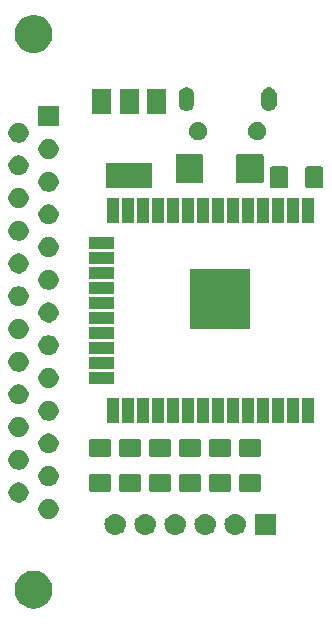
<source format=gbr>
G04 #@! TF.GenerationSoftware,KiCad,Pcbnew,(5.1.4-0-10_14)*
G04 #@! TF.CreationDate,2020-06-27T12:48:12+01:00*
G04 #@! TF.ProjectId,Informer207,496e666f-726d-4657-9232-30372e6b6963,rev?*
G04 #@! TF.SameCoordinates,Original*
G04 #@! TF.FileFunction,Soldermask,Top*
G04 #@! TF.FilePolarity,Negative*
%FSLAX46Y46*%
G04 Gerber Fmt 4.6, Leading zero omitted, Abs format (unit mm)*
G04 Created by KiCad (PCBNEW (5.1.4-0-10_14)) date 2020-06-27 12:48:12*
%MOMM*%
%LPD*%
G04 APERTURE LIST*
%ADD10C,0.100000*%
G04 APERTURE END LIST*
D10*
G36*
X145941417Y-127246965D02*
G01*
X146212195Y-127300825D01*
X146503558Y-127421512D01*
X146765778Y-127596722D01*
X146988778Y-127819722D01*
X147163988Y-128081942D01*
X147284675Y-128373305D01*
X147346200Y-128682615D01*
X147346200Y-128997985D01*
X147284675Y-129307295D01*
X147163988Y-129598658D01*
X146988778Y-129860878D01*
X146765778Y-130083878D01*
X146503558Y-130259088D01*
X146212195Y-130379775D01*
X145941417Y-130433635D01*
X145902886Y-130441300D01*
X145587514Y-130441300D01*
X145548983Y-130433635D01*
X145278205Y-130379775D01*
X144986842Y-130259088D01*
X144724622Y-130083878D01*
X144501622Y-129860878D01*
X144326412Y-129598658D01*
X144205725Y-129307295D01*
X144144200Y-128997985D01*
X144144200Y-128682615D01*
X144205725Y-128373305D01*
X144326412Y-128081942D01*
X144501622Y-127819722D01*
X144724622Y-127596722D01*
X144986842Y-127421512D01*
X145278205Y-127300825D01*
X145548983Y-127246965D01*
X145587514Y-127239300D01*
X145902886Y-127239300D01*
X145941417Y-127246965D01*
X145941417Y-127246965D01*
G37*
G36*
X162924442Y-122422518D02*
G01*
X162990627Y-122429037D01*
X163160466Y-122480557D01*
X163316991Y-122564222D01*
X163352729Y-122593552D01*
X163454186Y-122676814D01*
X163537448Y-122778271D01*
X163566778Y-122814009D01*
X163650443Y-122970534D01*
X163701963Y-123140373D01*
X163719359Y-123317000D01*
X163701963Y-123493627D01*
X163650443Y-123663466D01*
X163566778Y-123819991D01*
X163537448Y-123855729D01*
X163454186Y-123957186D01*
X163352729Y-124040448D01*
X163316991Y-124069778D01*
X163160466Y-124153443D01*
X162990627Y-124204963D01*
X162924442Y-124211482D01*
X162858260Y-124218000D01*
X162769740Y-124218000D01*
X162703558Y-124211482D01*
X162637373Y-124204963D01*
X162467534Y-124153443D01*
X162311009Y-124069778D01*
X162275271Y-124040448D01*
X162173814Y-123957186D01*
X162090552Y-123855729D01*
X162061222Y-123819991D01*
X161977557Y-123663466D01*
X161926037Y-123493627D01*
X161908641Y-123317000D01*
X161926037Y-123140373D01*
X161977557Y-122970534D01*
X162061222Y-122814009D01*
X162090552Y-122778271D01*
X162173814Y-122676814D01*
X162275271Y-122593552D01*
X162311009Y-122564222D01*
X162467534Y-122480557D01*
X162637373Y-122429037D01*
X162703558Y-122422518D01*
X162769740Y-122416000D01*
X162858260Y-122416000D01*
X162924442Y-122422518D01*
X162924442Y-122422518D01*
G37*
G36*
X160384442Y-122422518D02*
G01*
X160450627Y-122429037D01*
X160620466Y-122480557D01*
X160776991Y-122564222D01*
X160812729Y-122593552D01*
X160914186Y-122676814D01*
X160997448Y-122778271D01*
X161026778Y-122814009D01*
X161110443Y-122970534D01*
X161161963Y-123140373D01*
X161179359Y-123317000D01*
X161161963Y-123493627D01*
X161110443Y-123663466D01*
X161026778Y-123819991D01*
X160997448Y-123855729D01*
X160914186Y-123957186D01*
X160812729Y-124040448D01*
X160776991Y-124069778D01*
X160620466Y-124153443D01*
X160450627Y-124204963D01*
X160384442Y-124211482D01*
X160318260Y-124218000D01*
X160229740Y-124218000D01*
X160163558Y-124211482D01*
X160097373Y-124204963D01*
X159927534Y-124153443D01*
X159771009Y-124069778D01*
X159735271Y-124040448D01*
X159633814Y-123957186D01*
X159550552Y-123855729D01*
X159521222Y-123819991D01*
X159437557Y-123663466D01*
X159386037Y-123493627D01*
X159368641Y-123317000D01*
X159386037Y-123140373D01*
X159437557Y-122970534D01*
X159521222Y-122814009D01*
X159550552Y-122778271D01*
X159633814Y-122676814D01*
X159735271Y-122593552D01*
X159771009Y-122564222D01*
X159927534Y-122480557D01*
X160097373Y-122429037D01*
X160163558Y-122422518D01*
X160229740Y-122416000D01*
X160318260Y-122416000D01*
X160384442Y-122422518D01*
X160384442Y-122422518D01*
G37*
G36*
X157844442Y-122422518D02*
G01*
X157910627Y-122429037D01*
X158080466Y-122480557D01*
X158236991Y-122564222D01*
X158272729Y-122593552D01*
X158374186Y-122676814D01*
X158457448Y-122778271D01*
X158486778Y-122814009D01*
X158570443Y-122970534D01*
X158621963Y-123140373D01*
X158639359Y-123317000D01*
X158621963Y-123493627D01*
X158570443Y-123663466D01*
X158486778Y-123819991D01*
X158457448Y-123855729D01*
X158374186Y-123957186D01*
X158272729Y-124040448D01*
X158236991Y-124069778D01*
X158080466Y-124153443D01*
X157910627Y-124204963D01*
X157844442Y-124211482D01*
X157778260Y-124218000D01*
X157689740Y-124218000D01*
X157623558Y-124211482D01*
X157557373Y-124204963D01*
X157387534Y-124153443D01*
X157231009Y-124069778D01*
X157195271Y-124040448D01*
X157093814Y-123957186D01*
X157010552Y-123855729D01*
X156981222Y-123819991D01*
X156897557Y-123663466D01*
X156846037Y-123493627D01*
X156828641Y-123317000D01*
X156846037Y-123140373D01*
X156897557Y-122970534D01*
X156981222Y-122814009D01*
X157010552Y-122778271D01*
X157093814Y-122676814D01*
X157195271Y-122593552D01*
X157231009Y-122564222D01*
X157387534Y-122480557D01*
X157557373Y-122429037D01*
X157623558Y-122422518D01*
X157689740Y-122416000D01*
X157778260Y-122416000D01*
X157844442Y-122422518D01*
X157844442Y-122422518D01*
G37*
G36*
X155304442Y-122422518D02*
G01*
X155370627Y-122429037D01*
X155540466Y-122480557D01*
X155696991Y-122564222D01*
X155732729Y-122593552D01*
X155834186Y-122676814D01*
X155917448Y-122778271D01*
X155946778Y-122814009D01*
X156030443Y-122970534D01*
X156081963Y-123140373D01*
X156099359Y-123317000D01*
X156081963Y-123493627D01*
X156030443Y-123663466D01*
X155946778Y-123819991D01*
X155917448Y-123855729D01*
X155834186Y-123957186D01*
X155732729Y-124040448D01*
X155696991Y-124069778D01*
X155540466Y-124153443D01*
X155370627Y-124204963D01*
X155304442Y-124211482D01*
X155238260Y-124218000D01*
X155149740Y-124218000D01*
X155083558Y-124211482D01*
X155017373Y-124204963D01*
X154847534Y-124153443D01*
X154691009Y-124069778D01*
X154655271Y-124040448D01*
X154553814Y-123957186D01*
X154470552Y-123855729D01*
X154441222Y-123819991D01*
X154357557Y-123663466D01*
X154306037Y-123493627D01*
X154288641Y-123317000D01*
X154306037Y-123140373D01*
X154357557Y-122970534D01*
X154441222Y-122814009D01*
X154470552Y-122778271D01*
X154553814Y-122676814D01*
X154655271Y-122593552D01*
X154691009Y-122564222D01*
X154847534Y-122480557D01*
X155017373Y-122429037D01*
X155083558Y-122422518D01*
X155149740Y-122416000D01*
X155238260Y-122416000D01*
X155304442Y-122422518D01*
X155304442Y-122422518D01*
G37*
G36*
X152764442Y-122422518D02*
G01*
X152830627Y-122429037D01*
X153000466Y-122480557D01*
X153156991Y-122564222D01*
X153192729Y-122593552D01*
X153294186Y-122676814D01*
X153377448Y-122778271D01*
X153406778Y-122814009D01*
X153490443Y-122970534D01*
X153541963Y-123140373D01*
X153559359Y-123317000D01*
X153541963Y-123493627D01*
X153490443Y-123663466D01*
X153406778Y-123819991D01*
X153377448Y-123855729D01*
X153294186Y-123957186D01*
X153192729Y-124040448D01*
X153156991Y-124069778D01*
X153000466Y-124153443D01*
X152830627Y-124204963D01*
X152764442Y-124211482D01*
X152698260Y-124218000D01*
X152609740Y-124218000D01*
X152543558Y-124211482D01*
X152477373Y-124204963D01*
X152307534Y-124153443D01*
X152151009Y-124069778D01*
X152115271Y-124040448D01*
X152013814Y-123957186D01*
X151930552Y-123855729D01*
X151901222Y-123819991D01*
X151817557Y-123663466D01*
X151766037Y-123493627D01*
X151748641Y-123317000D01*
X151766037Y-123140373D01*
X151817557Y-122970534D01*
X151901222Y-122814009D01*
X151930552Y-122778271D01*
X152013814Y-122676814D01*
X152115271Y-122593552D01*
X152151009Y-122564222D01*
X152307534Y-122480557D01*
X152477373Y-122429037D01*
X152543558Y-122422518D01*
X152609740Y-122416000D01*
X152698260Y-122416000D01*
X152764442Y-122422518D01*
X152764442Y-122422518D01*
G37*
G36*
X166255000Y-124218000D02*
G01*
X164453000Y-124218000D01*
X164453000Y-122416000D01*
X166255000Y-122416000D01*
X166255000Y-124218000D01*
X166255000Y-124218000D01*
G37*
G36*
X147263428Y-121182003D02*
G01*
X147418300Y-121246153D01*
X147557681Y-121339285D01*
X147676215Y-121457819D01*
X147769347Y-121597200D01*
X147833497Y-121752072D01*
X147866200Y-121916484D01*
X147866200Y-122084116D01*
X147833497Y-122248528D01*
X147769347Y-122403400D01*
X147676215Y-122542781D01*
X147557681Y-122661315D01*
X147418300Y-122754447D01*
X147263428Y-122818597D01*
X147099016Y-122851300D01*
X146931384Y-122851300D01*
X146766972Y-122818597D01*
X146612100Y-122754447D01*
X146472719Y-122661315D01*
X146354185Y-122542781D01*
X146261053Y-122403400D01*
X146196903Y-122248528D01*
X146164200Y-122084116D01*
X146164200Y-121916484D01*
X146196903Y-121752072D01*
X146261053Y-121597200D01*
X146354185Y-121457819D01*
X146472719Y-121339285D01*
X146612100Y-121246153D01*
X146766972Y-121182003D01*
X146931384Y-121149300D01*
X147099016Y-121149300D01*
X147263428Y-121182003D01*
X147263428Y-121182003D01*
G37*
G36*
X144723428Y-119797003D02*
G01*
X144878300Y-119861153D01*
X145017681Y-119954285D01*
X145136215Y-120072819D01*
X145229347Y-120212200D01*
X145293497Y-120367072D01*
X145326200Y-120531484D01*
X145326200Y-120699116D01*
X145293497Y-120863528D01*
X145229347Y-121018400D01*
X145136215Y-121157781D01*
X145017681Y-121276315D01*
X144878300Y-121369447D01*
X144723428Y-121433597D01*
X144559016Y-121466300D01*
X144391384Y-121466300D01*
X144226972Y-121433597D01*
X144072100Y-121369447D01*
X143932719Y-121276315D01*
X143814185Y-121157781D01*
X143721053Y-121018400D01*
X143656903Y-120863528D01*
X143624200Y-120699116D01*
X143624200Y-120531484D01*
X143656903Y-120367072D01*
X143721053Y-120212200D01*
X143814185Y-120072819D01*
X143932719Y-119954285D01*
X144072100Y-119861153D01*
X144226972Y-119797003D01*
X144391384Y-119764300D01*
X144559016Y-119764300D01*
X144723428Y-119797003D01*
X144723428Y-119797003D01*
G37*
G36*
X152159562Y-119055681D02*
G01*
X152194481Y-119066274D01*
X152226663Y-119083476D01*
X152254873Y-119106627D01*
X152278024Y-119134837D01*
X152295226Y-119167019D01*
X152305819Y-119201938D01*
X152310000Y-119244395D01*
X152310000Y-120385605D01*
X152305819Y-120428062D01*
X152295226Y-120462981D01*
X152278024Y-120495163D01*
X152254873Y-120523373D01*
X152226663Y-120546524D01*
X152194481Y-120563726D01*
X152159562Y-120574319D01*
X152117105Y-120578500D01*
X150650895Y-120578500D01*
X150608438Y-120574319D01*
X150573519Y-120563726D01*
X150541337Y-120546524D01*
X150513127Y-120523373D01*
X150489976Y-120495163D01*
X150472774Y-120462981D01*
X150462181Y-120428062D01*
X150458000Y-120385605D01*
X150458000Y-119244395D01*
X150462181Y-119201938D01*
X150472774Y-119167019D01*
X150489976Y-119134837D01*
X150513127Y-119106627D01*
X150541337Y-119083476D01*
X150573519Y-119066274D01*
X150608438Y-119055681D01*
X150650895Y-119051500D01*
X152117105Y-119051500D01*
X152159562Y-119055681D01*
X152159562Y-119055681D01*
G37*
G36*
X164859562Y-119055681D02*
G01*
X164894481Y-119066274D01*
X164926663Y-119083476D01*
X164954873Y-119106627D01*
X164978024Y-119134837D01*
X164995226Y-119167019D01*
X165005819Y-119201938D01*
X165010000Y-119244395D01*
X165010000Y-120385605D01*
X165005819Y-120428062D01*
X164995226Y-120462981D01*
X164978024Y-120495163D01*
X164954873Y-120523373D01*
X164926663Y-120546524D01*
X164894481Y-120563726D01*
X164859562Y-120574319D01*
X164817105Y-120578500D01*
X163350895Y-120578500D01*
X163308438Y-120574319D01*
X163273519Y-120563726D01*
X163241337Y-120546524D01*
X163213127Y-120523373D01*
X163189976Y-120495163D01*
X163172774Y-120462981D01*
X163162181Y-120428062D01*
X163158000Y-120385605D01*
X163158000Y-119244395D01*
X163162181Y-119201938D01*
X163172774Y-119167019D01*
X163189976Y-119134837D01*
X163213127Y-119106627D01*
X163241337Y-119083476D01*
X163273519Y-119066274D01*
X163308438Y-119055681D01*
X163350895Y-119051500D01*
X164817105Y-119051500D01*
X164859562Y-119055681D01*
X164859562Y-119055681D01*
G37*
G36*
X154699562Y-119055681D02*
G01*
X154734481Y-119066274D01*
X154766663Y-119083476D01*
X154794873Y-119106627D01*
X154818024Y-119134837D01*
X154835226Y-119167019D01*
X154845819Y-119201938D01*
X154850000Y-119244395D01*
X154850000Y-120385605D01*
X154845819Y-120428062D01*
X154835226Y-120462981D01*
X154818024Y-120495163D01*
X154794873Y-120523373D01*
X154766663Y-120546524D01*
X154734481Y-120563726D01*
X154699562Y-120574319D01*
X154657105Y-120578500D01*
X153190895Y-120578500D01*
X153148438Y-120574319D01*
X153113519Y-120563726D01*
X153081337Y-120546524D01*
X153053127Y-120523373D01*
X153029976Y-120495163D01*
X153012774Y-120462981D01*
X153002181Y-120428062D01*
X152998000Y-120385605D01*
X152998000Y-119244395D01*
X153002181Y-119201938D01*
X153012774Y-119167019D01*
X153029976Y-119134837D01*
X153053127Y-119106627D01*
X153081337Y-119083476D01*
X153113519Y-119066274D01*
X153148438Y-119055681D01*
X153190895Y-119051500D01*
X154657105Y-119051500D01*
X154699562Y-119055681D01*
X154699562Y-119055681D01*
G37*
G36*
X162319562Y-119055681D02*
G01*
X162354481Y-119066274D01*
X162386663Y-119083476D01*
X162414873Y-119106627D01*
X162438024Y-119134837D01*
X162455226Y-119167019D01*
X162465819Y-119201938D01*
X162470000Y-119244395D01*
X162470000Y-120385605D01*
X162465819Y-120428062D01*
X162455226Y-120462981D01*
X162438024Y-120495163D01*
X162414873Y-120523373D01*
X162386663Y-120546524D01*
X162354481Y-120563726D01*
X162319562Y-120574319D01*
X162277105Y-120578500D01*
X160810895Y-120578500D01*
X160768438Y-120574319D01*
X160733519Y-120563726D01*
X160701337Y-120546524D01*
X160673127Y-120523373D01*
X160649976Y-120495163D01*
X160632774Y-120462981D01*
X160622181Y-120428062D01*
X160618000Y-120385605D01*
X160618000Y-119244395D01*
X160622181Y-119201938D01*
X160632774Y-119167019D01*
X160649976Y-119134837D01*
X160673127Y-119106627D01*
X160701337Y-119083476D01*
X160733519Y-119066274D01*
X160768438Y-119055681D01*
X160810895Y-119051500D01*
X162277105Y-119051500D01*
X162319562Y-119055681D01*
X162319562Y-119055681D01*
G37*
G36*
X157239562Y-119055681D02*
G01*
X157274481Y-119066274D01*
X157306663Y-119083476D01*
X157334873Y-119106627D01*
X157358024Y-119134837D01*
X157375226Y-119167019D01*
X157385819Y-119201938D01*
X157390000Y-119244395D01*
X157390000Y-120385605D01*
X157385819Y-120428062D01*
X157375226Y-120462981D01*
X157358024Y-120495163D01*
X157334873Y-120523373D01*
X157306663Y-120546524D01*
X157274481Y-120563726D01*
X157239562Y-120574319D01*
X157197105Y-120578500D01*
X155730895Y-120578500D01*
X155688438Y-120574319D01*
X155653519Y-120563726D01*
X155621337Y-120546524D01*
X155593127Y-120523373D01*
X155569976Y-120495163D01*
X155552774Y-120462981D01*
X155542181Y-120428062D01*
X155538000Y-120385605D01*
X155538000Y-119244395D01*
X155542181Y-119201938D01*
X155552774Y-119167019D01*
X155569976Y-119134837D01*
X155593127Y-119106627D01*
X155621337Y-119083476D01*
X155653519Y-119066274D01*
X155688438Y-119055681D01*
X155730895Y-119051500D01*
X157197105Y-119051500D01*
X157239562Y-119055681D01*
X157239562Y-119055681D01*
G37*
G36*
X159779562Y-119055681D02*
G01*
X159814481Y-119066274D01*
X159846663Y-119083476D01*
X159874873Y-119106627D01*
X159898024Y-119134837D01*
X159915226Y-119167019D01*
X159925819Y-119201938D01*
X159930000Y-119244395D01*
X159930000Y-120385605D01*
X159925819Y-120428062D01*
X159915226Y-120462981D01*
X159898024Y-120495163D01*
X159874873Y-120523373D01*
X159846663Y-120546524D01*
X159814481Y-120563726D01*
X159779562Y-120574319D01*
X159737105Y-120578500D01*
X158270895Y-120578500D01*
X158228438Y-120574319D01*
X158193519Y-120563726D01*
X158161337Y-120546524D01*
X158133127Y-120523373D01*
X158109976Y-120495163D01*
X158092774Y-120462981D01*
X158082181Y-120428062D01*
X158078000Y-120385605D01*
X158078000Y-119244395D01*
X158082181Y-119201938D01*
X158092774Y-119167019D01*
X158109976Y-119134837D01*
X158133127Y-119106627D01*
X158161337Y-119083476D01*
X158193519Y-119066274D01*
X158228438Y-119055681D01*
X158270895Y-119051500D01*
X159737105Y-119051500D01*
X159779562Y-119055681D01*
X159779562Y-119055681D01*
G37*
G36*
X147263428Y-118412003D02*
G01*
X147418300Y-118476153D01*
X147557681Y-118569285D01*
X147676215Y-118687819D01*
X147769347Y-118827200D01*
X147833497Y-118982072D01*
X147866200Y-119146484D01*
X147866200Y-119314116D01*
X147833497Y-119478528D01*
X147769347Y-119633400D01*
X147676215Y-119772781D01*
X147557681Y-119891315D01*
X147418300Y-119984447D01*
X147263428Y-120048597D01*
X147099016Y-120081300D01*
X146931384Y-120081300D01*
X146766972Y-120048597D01*
X146612100Y-119984447D01*
X146472719Y-119891315D01*
X146354185Y-119772781D01*
X146261053Y-119633400D01*
X146196903Y-119478528D01*
X146164200Y-119314116D01*
X146164200Y-119146484D01*
X146196903Y-118982072D01*
X146261053Y-118827200D01*
X146354185Y-118687819D01*
X146472719Y-118569285D01*
X146612100Y-118476153D01*
X146766972Y-118412003D01*
X146931384Y-118379300D01*
X147099016Y-118379300D01*
X147263428Y-118412003D01*
X147263428Y-118412003D01*
G37*
G36*
X144723428Y-117027003D02*
G01*
X144878300Y-117091153D01*
X145017681Y-117184285D01*
X145136215Y-117302819D01*
X145229347Y-117442200D01*
X145293497Y-117597072D01*
X145326200Y-117761484D01*
X145326200Y-117929116D01*
X145293497Y-118093528D01*
X145229347Y-118248400D01*
X145136215Y-118387781D01*
X145017681Y-118506315D01*
X144878300Y-118599447D01*
X144723428Y-118663597D01*
X144559016Y-118696300D01*
X144391384Y-118696300D01*
X144226972Y-118663597D01*
X144072100Y-118599447D01*
X143932719Y-118506315D01*
X143814185Y-118387781D01*
X143721053Y-118248400D01*
X143656903Y-118093528D01*
X143624200Y-117929116D01*
X143624200Y-117761484D01*
X143656903Y-117597072D01*
X143721053Y-117442200D01*
X143814185Y-117302819D01*
X143932719Y-117184285D01*
X144072100Y-117091153D01*
X144226972Y-117027003D01*
X144391384Y-116994300D01*
X144559016Y-116994300D01*
X144723428Y-117027003D01*
X144723428Y-117027003D01*
G37*
G36*
X159779562Y-116080681D02*
G01*
X159814481Y-116091274D01*
X159846663Y-116108476D01*
X159874873Y-116131627D01*
X159898024Y-116159837D01*
X159915226Y-116192019D01*
X159925819Y-116226938D01*
X159930000Y-116269395D01*
X159930000Y-117410605D01*
X159925819Y-117453062D01*
X159915226Y-117487981D01*
X159898024Y-117520163D01*
X159874873Y-117548373D01*
X159846663Y-117571524D01*
X159814481Y-117588726D01*
X159779562Y-117599319D01*
X159737105Y-117603500D01*
X158270895Y-117603500D01*
X158228438Y-117599319D01*
X158193519Y-117588726D01*
X158161337Y-117571524D01*
X158133127Y-117548373D01*
X158109976Y-117520163D01*
X158092774Y-117487981D01*
X158082181Y-117453062D01*
X158078000Y-117410605D01*
X158078000Y-116269395D01*
X158082181Y-116226938D01*
X158092774Y-116192019D01*
X158109976Y-116159837D01*
X158133127Y-116131627D01*
X158161337Y-116108476D01*
X158193519Y-116091274D01*
X158228438Y-116080681D01*
X158270895Y-116076500D01*
X159737105Y-116076500D01*
X159779562Y-116080681D01*
X159779562Y-116080681D01*
G37*
G36*
X162319562Y-116080681D02*
G01*
X162354481Y-116091274D01*
X162386663Y-116108476D01*
X162414873Y-116131627D01*
X162438024Y-116159837D01*
X162455226Y-116192019D01*
X162465819Y-116226938D01*
X162470000Y-116269395D01*
X162470000Y-117410605D01*
X162465819Y-117453062D01*
X162455226Y-117487981D01*
X162438024Y-117520163D01*
X162414873Y-117548373D01*
X162386663Y-117571524D01*
X162354481Y-117588726D01*
X162319562Y-117599319D01*
X162277105Y-117603500D01*
X160810895Y-117603500D01*
X160768438Y-117599319D01*
X160733519Y-117588726D01*
X160701337Y-117571524D01*
X160673127Y-117548373D01*
X160649976Y-117520163D01*
X160632774Y-117487981D01*
X160622181Y-117453062D01*
X160618000Y-117410605D01*
X160618000Y-116269395D01*
X160622181Y-116226938D01*
X160632774Y-116192019D01*
X160649976Y-116159837D01*
X160673127Y-116131627D01*
X160701337Y-116108476D01*
X160733519Y-116091274D01*
X160768438Y-116080681D01*
X160810895Y-116076500D01*
X162277105Y-116076500D01*
X162319562Y-116080681D01*
X162319562Y-116080681D01*
G37*
G36*
X152159562Y-116080681D02*
G01*
X152194481Y-116091274D01*
X152226663Y-116108476D01*
X152254873Y-116131627D01*
X152278024Y-116159837D01*
X152295226Y-116192019D01*
X152305819Y-116226938D01*
X152310000Y-116269395D01*
X152310000Y-117410605D01*
X152305819Y-117453062D01*
X152295226Y-117487981D01*
X152278024Y-117520163D01*
X152254873Y-117548373D01*
X152226663Y-117571524D01*
X152194481Y-117588726D01*
X152159562Y-117599319D01*
X152117105Y-117603500D01*
X150650895Y-117603500D01*
X150608438Y-117599319D01*
X150573519Y-117588726D01*
X150541337Y-117571524D01*
X150513127Y-117548373D01*
X150489976Y-117520163D01*
X150472774Y-117487981D01*
X150462181Y-117453062D01*
X150458000Y-117410605D01*
X150458000Y-116269395D01*
X150462181Y-116226938D01*
X150472774Y-116192019D01*
X150489976Y-116159837D01*
X150513127Y-116131627D01*
X150541337Y-116108476D01*
X150573519Y-116091274D01*
X150608438Y-116080681D01*
X150650895Y-116076500D01*
X152117105Y-116076500D01*
X152159562Y-116080681D01*
X152159562Y-116080681D01*
G37*
G36*
X157239562Y-116080681D02*
G01*
X157274481Y-116091274D01*
X157306663Y-116108476D01*
X157334873Y-116131627D01*
X157358024Y-116159837D01*
X157375226Y-116192019D01*
X157385819Y-116226938D01*
X157390000Y-116269395D01*
X157390000Y-117410605D01*
X157385819Y-117453062D01*
X157375226Y-117487981D01*
X157358024Y-117520163D01*
X157334873Y-117548373D01*
X157306663Y-117571524D01*
X157274481Y-117588726D01*
X157239562Y-117599319D01*
X157197105Y-117603500D01*
X155730895Y-117603500D01*
X155688438Y-117599319D01*
X155653519Y-117588726D01*
X155621337Y-117571524D01*
X155593127Y-117548373D01*
X155569976Y-117520163D01*
X155552774Y-117487981D01*
X155542181Y-117453062D01*
X155538000Y-117410605D01*
X155538000Y-116269395D01*
X155542181Y-116226938D01*
X155552774Y-116192019D01*
X155569976Y-116159837D01*
X155593127Y-116131627D01*
X155621337Y-116108476D01*
X155653519Y-116091274D01*
X155688438Y-116080681D01*
X155730895Y-116076500D01*
X157197105Y-116076500D01*
X157239562Y-116080681D01*
X157239562Y-116080681D01*
G37*
G36*
X164859562Y-116080681D02*
G01*
X164894481Y-116091274D01*
X164926663Y-116108476D01*
X164954873Y-116131627D01*
X164978024Y-116159837D01*
X164995226Y-116192019D01*
X165005819Y-116226938D01*
X165010000Y-116269395D01*
X165010000Y-117410605D01*
X165005819Y-117453062D01*
X164995226Y-117487981D01*
X164978024Y-117520163D01*
X164954873Y-117548373D01*
X164926663Y-117571524D01*
X164894481Y-117588726D01*
X164859562Y-117599319D01*
X164817105Y-117603500D01*
X163350895Y-117603500D01*
X163308438Y-117599319D01*
X163273519Y-117588726D01*
X163241337Y-117571524D01*
X163213127Y-117548373D01*
X163189976Y-117520163D01*
X163172774Y-117487981D01*
X163162181Y-117453062D01*
X163158000Y-117410605D01*
X163158000Y-116269395D01*
X163162181Y-116226938D01*
X163172774Y-116192019D01*
X163189976Y-116159837D01*
X163213127Y-116131627D01*
X163241337Y-116108476D01*
X163273519Y-116091274D01*
X163308438Y-116080681D01*
X163350895Y-116076500D01*
X164817105Y-116076500D01*
X164859562Y-116080681D01*
X164859562Y-116080681D01*
G37*
G36*
X154699562Y-116080681D02*
G01*
X154734481Y-116091274D01*
X154766663Y-116108476D01*
X154794873Y-116131627D01*
X154818024Y-116159837D01*
X154835226Y-116192019D01*
X154845819Y-116226938D01*
X154850000Y-116269395D01*
X154850000Y-117410605D01*
X154845819Y-117453062D01*
X154835226Y-117487981D01*
X154818024Y-117520163D01*
X154794873Y-117548373D01*
X154766663Y-117571524D01*
X154734481Y-117588726D01*
X154699562Y-117599319D01*
X154657105Y-117603500D01*
X153190895Y-117603500D01*
X153148438Y-117599319D01*
X153113519Y-117588726D01*
X153081337Y-117571524D01*
X153053127Y-117548373D01*
X153029976Y-117520163D01*
X153012774Y-117487981D01*
X153002181Y-117453062D01*
X152998000Y-117410605D01*
X152998000Y-116269395D01*
X153002181Y-116226938D01*
X153012774Y-116192019D01*
X153029976Y-116159837D01*
X153053127Y-116131627D01*
X153081337Y-116108476D01*
X153113519Y-116091274D01*
X153148438Y-116080681D01*
X153190895Y-116076500D01*
X154657105Y-116076500D01*
X154699562Y-116080681D01*
X154699562Y-116080681D01*
G37*
G36*
X147263428Y-115642003D02*
G01*
X147418300Y-115706153D01*
X147557681Y-115799285D01*
X147676215Y-115917819D01*
X147769347Y-116057200D01*
X147833497Y-116212072D01*
X147866200Y-116376484D01*
X147866200Y-116544116D01*
X147833497Y-116708528D01*
X147769347Y-116863400D01*
X147676215Y-117002781D01*
X147557681Y-117121315D01*
X147418300Y-117214447D01*
X147263428Y-117278597D01*
X147099016Y-117311300D01*
X146931384Y-117311300D01*
X146766972Y-117278597D01*
X146612100Y-117214447D01*
X146472719Y-117121315D01*
X146354185Y-117002781D01*
X146261053Y-116863400D01*
X146196903Y-116708528D01*
X146164200Y-116544116D01*
X146164200Y-116376484D01*
X146196903Y-116212072D01*
X146261053Y-116057200D01*
X146354185Y-115917819D01*
X146472719Y-115799285D01*
X146612100Y-115706153D01*
X146766972Y-115642003D01*
X146931384Y-115609300D01*
X147099016Y-115609300D01*
X147263428Y-115642003D01*
X147263428Y-115642003D01*
G37*
G36*
X144723428Y-114257003D02*
G01*
X144878300Y-114321153D01*
X145017681Y-114414285D01*
X145136215Y-114532819D01*
X145229347Y-114672200D01*
X145293497Y-114827072D01*
X145326200Y-114991484D01*
X145326200Y-115159116D01*
X145293497Y-115323528D01*
X145229347Y-115478400D01*
X145136215Y-115617781D01*
X145017681Y-115736315D01*
X144878300Y-115829447D01*
X144723428Y-115893597D01*
X144559016Y-115926300D01*
X144391384Y-115926300D01*
X144226972Y-115893597D01*
X144072100Y-115829447D01*
X143932719Y-115736315D01*
X143814185Y-115617781D01*
X143721053Y-115478400D01*
X143656903Y-115323528D01*
X143624200Y-115159116D01*
X143624200Y-114991484D01*
X143656903Y-114827072D01*
X143721053Y-114672200D01*
X143814185Y-114532819D01*
X143932719Y-114414285D01*
X144072100Y-114321153D01*
X144226972Y-114257003D01*
X144391384Y-114224300D01*
X144559016Y-114224300D01*
X144723428Y-114257003D01*
X144723428Y-114257003D01*
G37*
G36*
X169509300Y-114757800D02*
G01*
X168507300Y-114757800D01*
X168507300Y-112655800D01*
X169509300Y-112655800D01*
X169509300Y-114757800D01*
X169509300Y-114757800D01*
G37*
G36*
X154269300Y-114757800D02*
G01*
X153267300Y-114757800D01*
X153267300Y-112655800D01*
X154269300Y-112655800D01*
X154269300Y-114757800D01*
X154269300Y-114757800D01*
G37*
G36*
X161889300Y-114757800D02*
G01*
X160887300Y-114757800D01*
X160887300Y-112655800D01*
X161889300Y-112655800D01*
X161889300Y-114757800D01*
X161889300Y-114757800D01*
G37*
G36*
X163159300Y-114757800D02*
G01*
X162157300Y-114757800D01*
X162157300Y-112655800D01*
X163159300Y-112655800D01*
X163159300Y-114757800D01*
X163159300Y-114757800D01*
G37*
G36*
X164429300Y-114757800D02*
G01*
X163427300Y-114757800D01*
X163427300Y-112655800D01*
X164429300Y-112655800D01*
X164429300Y-114757800D01*
X164429300Y-114757800D01*
G37*
G36*
X165699300Y-114757800D02*
G01*
X164697300Y-114757800D01*
X164697300Y-112655800D01*
X165699300Y-112655800D01*
X165699300Y-114757800D01*
X165699300Y-114757800D01*
G37*
G36*
X152999300Y-114757800D02*
G01*
X151997300Y-114757800D01*
X151997300Y-112655800D01*
X152999300Y-112655800D01*
X152999300Y-114757800D01*
X152999300Y-114757800D01*
G37*
G36*
X166969300Y-114757800D02*
G01*
X165967300Y-114757800D01*
X165967300Y-112655800D01*
X166969300Y-112655800D01*
X166969300Y-114757800D01*
X166969300Y-114757800D01*
G37*
G36*
X168239300Y-114757800D02*
G01*
X167237300Y-114757800D01*
X167237300Y-112655800D01*
X168239300Y-112655800D01*
X168239300Y-114757800D01*
X168239300Y-114757800D01*
G37*
G36*
X160619300Y-114757800D02*
G01*
X159617300Y-114757800D01*
X159617300Y-112655800D01*
X160619300Y-112655800D01*
X160619300Y-114757800D01*
X160619300Y-114757800D01*
G37*
G36*
X159349300Y-114757800D02*
G01*
X158347300Y-114757800D01*
X158347300Y-112655800D01*
X159349300Y-112655800D01*
X159349300Y-114757800D01*
X159349300Y-114757800D01*
G37*
G36*
X158079300Y-114757800D02*
G01*
X157077300Y-114757800D01*
X157077300Y-112655800D01*
X158079300Y-112655800D01*
X158079300Y-114757800D01*
X158079300Y-114757800D01*
G37*
G36*
X156809300Y-114757800D02*
G01*
X155807300Y-114757800D01*
X155807300Y-112655800D01*
X156809300Y-112655800D01*
X156809300Y-114757800D01*
X156809300Y-114757800D01*
G37*
G36*
X155539300Y-114757800D02*
G01*
X154537300Y-114757800D01*
X154537300Y-112655800D01*
X155539300Y-112655800D01*
X155539300Y-114757800D01*
X155539300Y-114757800D01*
G37*
G36*
X147263428Y-112872003D02*
G01*
X147418300Y-112936153D01*
X147557681Y-113029285D01*
X147676215Y-113147819D01*
X147769347Y-113287200D01*
X147833497Y-113442072D01*
X147866200Y-113606484D01*
X147866200Y-113774116D01*
X147833497Y-113938528D01*
X147769347Y-114093400D01*
X147676215Y-114232781D01*
X147557681Y-114351315D01*
X147418300Y-114444447D01*
X147263428Y-114508597D01*
X147099016Y-114541300D01*
X146931384Y-114541300D01*
X146766972Y-114508597D01*
X146612100Y-114444447D01*
X146472719Y-114351315D01*
X146354185Y-114232781D01*
X146261053Y-114093400D01*
X146196903Y-113938528D01*
X146164200Y-113774116D01*
X146164200Y-113606484D01*
X146196903Y-113442072D01*
X146261053Y-113287200D01*
X146354185Y-113147819D01*
X146472719Y-113029285D01*
X146612100Y-112936153D01*
X146766972Y-112872003D01*
X146931384Y-112839300D01*
X147099016Y-112839300D01*
X147263428Y-112872003D01*
X147263428Y-112872003D01*
G37*
G36*
X144723428Y-111487003D02*
G01*
X144878300Y-111551153D01*
X145017681Y-111644285D01*
X145136215Y-111762819D01*
X145229347Y-111902200D01*
X145293497Y-112057072D01*
X145326200Y-112221484D01*
X145326200Y-112389116D01*
X145293497Y-112553528D01*
X145229347Y-112708400D01*
X145136215Y-112847781D01*
X145017681Y-112966315D01*
X144878300Y-113059447D01*
X144723428Y-113123597D01*
X144559016Y-113156300D01*
X144391384Y-113156300D01*
X144226972Y-113123597D01*
X144072100Y-113059447D01*
X143932719Y-112966315D01*
X143814185Y-112847781D01*
X143721053Y-112708400D01*
X143656903Y-112553528D01*
X143624200Y-112389116D01*
X143624200Y-112221484D01*
X143656903Y-112057072D01*
X143721053Y-111902200D01*
X143814185Y-111762819D01*
X143932719Y-111644285D01*
X144072100Y-111551153D01*
X144226972Y-111487003D01*
X144391384Y-111454300D01*
X144559016Y-111454300D01*
X144723428Y-111487003D01*
X144723428Y-111487003D01*
G37*
G36*
X147263428Y-110102003D02*
G01*
X147418300Y-110166153D01*
X147557681Y-110259285D01*
X147676215Y-110377819D01*
X147769347Y-110517200D01*
X147833497Y-110672072D01*
X147866200Y-110836484D01*
X147866200Y-111004116D01*
X147833497Y-111168528D01*
X147769347Y-111323400D01*
X147676215Y-111462781D01*
X147557681Y-111581315D01*
X147418300Y-111674447D01*
X147263428Y-111738597D01*
X147099016Y-111771300D01*
X146931384Y-111771300D01*
X146766972Y-111738597D01*
X146612100Y-111674447D01*
X146472719Y-111581315D01*
X146354185Y-111462781D01*
X146261053Y-111323400D01*
X146196903Y-111168528D01*
X146164200Y-111004116D01*
X146164200Y-110836484D01*
X146196903Y-110672072D01*
X146261053Y-110517200D01*
X146354185Y-110377819D01*
X146472719Y-110259285D01*
X146612100Y-110166153D01*
X146766972Y-110102003D01*
X146931384Y-110069300D01*
X147099016Y-110069300D01*
X147263428Y-110102003D01*
X147263428Y-110102003D01*
G37*
G36*
X152549300Y-111422800D02*
G01*
X150447300Y-111422800D01*
X150447300Y-110420800D01*
X152549300Y-110420800D01*
X152549300Y-111422800D01*
X152549300Y-111422800D01*
G37*
G36*
X144723428Y-108717003D02*
G01*
X144878300Y-108781153D01*
X145017681Y-108874285D01*
X145136215Y-108992819D01*
X145229347Y-109132200D01*
X145293497Y-109287072D01*
X145326200Y-109451484D01*
X145326200Y-109619116D01*
X145293497Y-109783528D01*
X145229347Y-109938400D01*
X145136215Y-110077781D01*
X145017681Y-110196315D01*
X144878300Y-110289447D01*
X144723428Y-110353597D01*
X144559016Y-110386300D01*
X144391384Y-110386300D01*
X144226972Y-110353597D01*
X144072100Y-110289447D01*
X143932719Y-110196315D01*
X143814185Y-110077781D01*
X143721053Y-109938400D01*
X143656903Y-109783528D01*
X143624200Y-109619116D01*
X143624200Y-109451484D01*
X143656903Y-109287072D01*
X143721053Y-109132200D01*
X143814185Y-108992819D01*
X143932719Y-108874285D01*
X144072100Y-108781153D01*
X144226972Y-108717003D01*
X144391384Y-108684300D01*
X144559016Y-108684300D01*
X144723428Y-108717003D01*
X144723428Y-108717003D01*
G37*
G36*
X152549300Y-110152800D02*
G01*
X150447300Y-110152800D01*
X150447300Y-109150800D01*
X152549300Y-109150800D01*
X152549300Y-110152800D01*
X152549300Y-110152800D01*
G37*
G36*
X147263428Y-107332003D02*
G01*
X147418300Y-107396153D01*
X147557681Y-107489285D01*
X147676215Y-107607819D01*
X147769347Y-107747200D01*
X147833497Y-107902072D01*
X147866200Y-108066484D01*
X147866200Y-108234116D01*
X147833497Y-108398528D01*
X147769347Y-108553400D01*
X147676215Y-108692781D01*
X147557681Y-108811315D01*
X147418300Y-108904447D01*
X147263428Y-108968597D01*
X147099016Y-109001300D01*
X146931384Y-109001300D01*
X146766972Y-108968597D01*
X146612100Y-108904447D01*
X146472719Y-108811315D01*
X146354185Y-108692781D01*
X146261053Y-108553400D01*
X146196903Y-108398528D01*
X146164200Y-108234116D01*
X146164200Y-108066484D01*
X146196903Y-107902072D01*
X146261053Y-107747200D01*
X146354185Y-107607819D01*
X146472719Y-107489285D01*
X146612100Y-107396153D01*
X146766972Y-107332003D01*
X146931384Y-107299300D01*
X147099016Y-107299300D01*
X147263428Y-107332003D01*
X147263428Y-107332003D01*
G37*
G36*
X152549300Y-108882800D02*
G01*
X150447300Y-108882800D01*
X150447300Y-107880800D01*
X152549300Y-107880800D01*
X152549300Y-108882800D01*
X152549300Y-108882800D01*
G37*
G36*
X144723428Y-105947003D02*
G01*
X144878300Y-106011153D01*
X145017681Y-106104285D01*
X145136215Y-106222819D01*
X145229347Y-106362200D01*
X145293497Y-106517072D01*
X145326200Y-106681484D01*
X145326200Y-106849116D01*
X145293497Y-107013528D01*
X145229347Y-107168400D01*
X145136215Y-107307781D01*
X145017681Y-107426315D01*
X144878300Y-107519447D01*
X144723428Y-107583597D01*
X144559016Y-107616300D01*
X144391384Y-107616300D01*
X144226972Y-107583597D01*
X144072100Y-107519447D01*
X143932719Y-107426315D01*
X143814185Y-107307781D01*
X143721053Y-107168400D01*
X143656903Y-107013528D01*
X143624200Y-106849116D01*
X143624200Y-106681484D01*
X143656903Y-106517072D01*
X143721053Y-106362200D01*
X143814185Y-106222819D01*
X143932719Y-106104285D01*
X144072100Y-106011153D01*
X144226972Y-105947003D01*
X144391384Y-105914300D01*
X144559016Y-105914300D01*
X144723428Y-105947003D01*
X144723428Y-105947003D01*
G37*
G36*
X152549300Y-107612800D02*
G01*
X150447300Y-107612800D01*
X150447300Y-106610800D01*
X152549300Y-106610800D01*
X152549300Y-107612800D01*
X152549300Y-107612800D01*
G37*
G36*
X164059300Y-106757800D02*
G01*
X158957300Y-106757800D01*
X158957300Y-101655800D01*
X164059300Y-101655800D01*
X164059300Y-106757800D01*
X164059300Y-106757800D01*
G37*
G36*
X152549300Y-106342800D02*
G01*
X150447300Y-106342800D01*
X150447300Y-105340800D01*
X152549300Y-105340800D01*
X152549300Y-106342800D01*
X152549300Y-106342800D01*
G37*
G36*
X147263428Y-104562003D02*
G01*
X147418300Y-104626153D01*
X147557681Y-104719285D01*
X147676215Y-104837819D01*
X147769347Y-104977200D01*
X147833497Y-105132072D01*
X147866200Y-105296484D01*
X147866200Y-105464116D01*
X147833497Y-105628528D01*
X147769347Y-105783400D01*
X147676215Y-105922781D01*
X147557681Y-106041315D01*
X147418300Y-106134447D01*
X147263428Y-106198597D01*
X147099016Y-106231300D01*
X146931384Y-106231300D01*
X146766972Y-106198597D01*
X146612100Y-106134447D01*
X146472719Y-106041315D01*
X146354185Y-105922781D01*
X146261053Y-105783400D01*
X146196903Y-105628528D01*
X146164200Y-105464116D01*
X146164200Y-105296484D01*
X146196903Y-105132072D01*
X146261053Y-104977200D01*
X146354185Y-104837819D01*
X146472719Y-104719285D01*
X146612100Y-104626153D01*
X146766972Y-104562003D01*
X146931384Y-104529300D01*
X147099016Y-104529300D01*
X147263428Y-104562003D01*
X147263428Y-104562003D01*
G37*
G36*
X152549300Y-105072800D02*
G01*
X150447300Y-105072800D01*
X150447300Y-104070800D01*
X152549300Y-104070800D01*
X152549300Y-105072800D01*
X152549300Y-105072800D01*
G37*
G36*
X144723428Y-103177003D02*
G01*
X144878300Y-103241153D01*
X145017681Y-103334285D01*
X145136215Y-103452819D01*
X145229347Y-103592200D01*
X145293497Y-103747072D01*
X145326200Y-103911484D01*
X145326200Y-104079116D01*
X145293497Y-104243528D01*
X145229347Y-104398400D01*
X145136215Y-104537781D01*
X145017681Y-104656315D01*
X144878300Y-104749447D01*
X144723428Y-104813597D01*
X144559016Y-104846300D01*
X144391384Y-104846300D01*
X144226972Y-104813597D01*
X144072100Y-104749447D01*
X143932719Y-104656315D01*
X143814185Y-104537781D01*
X143721053Y-104398400D01*
X143656903Y-104243528D01*
X143624200Y-104079116D01*
X143624200Y-103911484D01*
X143656903Y-103747072D01*
X143721053Y-103592200D01*
X143814185Y-103452819D01*
X143932719Y-103334285D01*
X144072100Y-103241153D01*
X144226972Y-103177003D01*
X144391384Y-103144300D01*
X144559016Y-103144300D01*
X144723428Y-103177003D01*
X144723428Y-103177003D01*
G37*
G36*
X152549300Y-103802800D02*
G01*
X150447300Y-103802800D01*
X150447300Y-102800800D01*
X152549300Y-102800800D01*
X152549300Y-103802800D01*
X152549300Y-103802800D01*
G37*
G36*
X147263428Y-101792003D02*
G01*
X147418300Y-101856153D01*
X147557681Y-101949285D01*
X147676215Y-102067819D01*
X147769347Y-102207200D01*
X147833497Y-102362072D01*
X147866200Y-102526484D01*
X147866200Y-102694116D01*
X147833497Y-102858528D01*
X147769347Y-103013400D01*
X147676215Y-103152781D01*
X147557681Y-103271315D01*
X147418300Y-103364447D01*
X147263428Y-103428597D01*
X147099016Y-103461300D01*
X146931384Y-103461300D01*
X146766972Y-103428597D01*
X146612100Y-103364447D01*
X146472719Y-103271315D01*
X146354185Y-103152781D01*
X146261053Y-103013400D01*
X146196903Y-102858528D01*
X146164200Y-102694116D01*
X146164200Y-102526484D01*
X146196903Y-102362072D01*
X146261053Y-102207200D01*
X146354185Y-102067819D01*
X146472719Y-101949285D01*
X146612100Y-101856153D01*
X146766972Y-101792003D01*
X146931384Y-101759300D01*
X147099016Y-101759300D01*
X147263428Y-101792003D01*
X147263428Y-101792003D01*
G37*
G36*
X152549300Y-102532800D02*
G01*
X150447300Y-102532800D01*
X150447300Y-101530800D01*
X152549300Y-101530800D01*
X152549300Y-102532800D01*
X152549300Y-102532800D01*
G37*
G36*
X144723428Y-100407003D02*
G01*
X144878300Y-100471153D01*
X145017681Y-100564285D01*
X145136215Y-100682819D01*
X145229347Y-100822200D01*
X145293497Y-100977072D01*
X145326200Y-101141484D01*
X145326200Y-101309116D01*
X145293497Y-101473528D01*
X145229347Y-101628400D01*
X145136215Y-101767781D01*
X145017681Y-101886315D01*
X144878300Y-101979447D01*
X144723428Y-102043597D01*
X144559016Y-102076300D01*
X144391384Y-102076300D01*
X144226972Y-102043597D01*
X144072100Y-101979447D01*
X143932719Y-101886315D01*
X143814185Y-101767781D01*
X143721053Y-101628400D01*
X143656903Y-101473528D01*
X143624200Y-101309116D01*
X143624200Y-101141484D01*
X143656903Y-100977072D01*
X143721053Y-100822200D01*
X143814185Y-100682819D01*
X143932719Y-100564285D01*
X144072100Y-100471153D01*
X144226972Y-100407003D01*
X144391384Y-100374300D01*
X144559016Y-100374300D01*
X144723428Y-100407003D01*
X144723428Y-100407003D01*
G37*
G36*
X152549300Y-101262800D02*
G01*
X150447300Y-101262800D01*
X150447300Y-100260800D01*
X152549300Y-100260800D01*
X152549300Y-101262800D01*
X152549300Y-101262800D01*
G37*
G36*
X147263428Y-99022003D02*
G01*
X147418300Y-99086153D01*
X147557681Y-99179285D01*
X147676215Y-99297819D01*
X147769347Y-99437200D01*
X147833497Y-99592072D01*
X147866200Y-99756484D01*
X147866200Y-99924116D01*
X147833497Y-100088528D01*
X147769347Y-100243400D01*
X147676215Y-100382781D01*
X147557681Y-100501315D01*
X147418300Y-100594447D01*
X147263428Y-100658597D01*
X147099016Y-100691300D01*
X146931384Y-100691300D01*
X146766972Y-100658597D01*
X146612100Y-100594447D01*
X146472719Y-100501315D01*
X146354185Y-100382781D01*
X146261053Y-100243400D01*
X146196903Y-100088528D01*
X146164200Y-99924116D01*
X146164200Y-99756484D01*
X146196903Y-99592072D01*
X146261053Y-99437200D01*
X146354185Y-99297819D01*
X146472719Y-99179285D01*
X146612100Y-99086153D01*
X146766972Y-99022003D01*
X146931384Y-98989300D01*
X147099016Y-98989300D01*
X147263428Y-99022003D01*
X147263428Y-99022003D01*
G37*
G36*
X152549300Y-99992800D02*
G01*
X150447300Y-99992800D01*
X150447300Y-98990800D01*
X152549300Y-98990800D01*
X152549300Y-99992800D01*
X152549300Y-99992800D01*
G37*
G36*
X144723428Y-97637003D02*
G01*
X144878300Y-97701153D01*
X145017681Y-97794285D01*
X145136215Y-97912819D01*
X145229347Y-98052200D01*
X145293497Y-98207072D01*
X145326200Y-98371484D01*
X145326200Y-98539116D01*
X145293497Y-98703528D01*
X145229347Y-98858400D01*
X145136215Y-98997781D01*
X145017681Y-99116315D01*
X144878300Y-99209447D01*
X144723428Y-99273597D01*
X144559016Y-99306300D01*
X144391384Y-99306300D01*
X144226972Y-99273597D01*
X144072100Y-99209447D01*
X143932719Y-99116315D01*
X143814185Y-98997781D01*
X143721053Y-98858400D01*
X143656903Y-98703528D01*
X143624200Y-98539116D01*
X143624200Y-98371484D01*
X143656903Y-98207072D01*
X143721053Y-98052200D01*
X143814185Y-97912819D01*
X143932719Y-97794285D01*
X144072100Y-97701153D01*
X144226972Y-97637003D01*
X144391384Y-97604300D01*
X144559016Y-97604300D01*
X144723428Y-97637003D01*
X144723428Y-97637003D01*
G37*
G36*
X147263428Y-96252003D02*
G01*
X147418300Y-96316153D01*
X147557681Y-96409285D01*
X147676215Y-96527819D01*
X147769347Y-96667200D01*
X147833497Y-96822072D01*
X147866200Y-96986484D01*
X147866200Y-97154116D01*
X147833497Y-97318528D01*
X147769347Y-97473400D01*
X147676215Y-97612781D01*
X147557681Y-97731315D01*
X147418300Y-97824447D01*
X147263428Y-97888597D01*
X147099016Y-97921300D01*
X146931384Y-97921300D01*
X146766972Y-97888597D01*
X146612100Y-97824447D01*
X146472719Y-97731315D01*
X146354185Y-97612781D01*
X146261053Y-97473400D01*
X146196903Y-97318528D01*
X146164200Y-97154116D01*
X146164200Y-96986484D01*
X146196903Y-96822072D01*
X146261053Y-96667200D01*
X146354185Y-96527819D01*
X146472719Y-96409285D01*
X146612100Y-96316153D01*
X146766972Y-96252003D01*
X146931384Y-96219300D01*
X147099016Y-96219300D01*
X147263428Y-96252003D01*
X147263428Y-96252003D01*
G37*
G36*
X166969300Y-97757800D02*
G01*
X165967300Y-97757800D01*
X165967300Y-95655800D01*
X166969300Y-95655800D01*
X166969300Y-97757800D01*
X166969300Y-97757800D01*
G37*
G36*
X152999300Y-97757800D02*
G01*
X151997300Y-97757800D01*
X151997300Y-95655800D01*
X152999300Y-95655800D01*
X152999300Y-97757800D01*
X152999300Y-97757800D01*
G37*
G36*
X154269300Y-97757800D02*
G01*
X153267300Y-97757800D01*
X153267300Y-95655800D01*
X154269300Y-95655800D01*
X154269300Y-97757800D01*
X154269300Y-97757800D01*
G37*
G36*
X155539300Y-97757800D02*
G01*
X154537300Y-97757800D01*
X154537300Y-95655800D01*
X155539300Y-95655800D01*
X155539300Y-97757800D01*
X155539300Y-97757800D01*
G37*
G36*
X156809300Y-97757800D02*
G01*
X155807300Y-97757800D01*
X155807300Y-95655800D01*
X156809300Y-95655800D01*
X156809300Y-97757800D01*
X156809300Y-97757800D01*
G37*
G36*
X158079300Y-97757800D02*
G01*
X157077300Y-97757800D01*
X157077300Y-95655800D01*
X158079300Y-95655800D01*
X158079300Y-97757800D01*
X158079300Y-97757800D01*
G37*
G36*
X159349300Y-97757800D02*
G01*
X158347300Y-97757800D01*
X158347300Y-95655800D01*
X159349300Y-95655800D01*
X159349300Y-97757800D01*
X159349300Y-97757800D01*
G37*
G36*
X160619300Y-97757800D02*
G01*
X159617300Y-97757800D01*
X159617300Y-95655800D01*
X160619300Y-95655800D01*
X160619300Y-97757800D01*
X160619300Y-97757800D01*
G37*
G36*
X161889300Y-97757800D02*
G01*
X160887300Y-97757800D01*
X160887300Y-95655800D01*
X161889300Y-95655800D01*
X161889300Y-97757800D01*
X161889300Y-97757800D01*
G37*
G36*
X163159300Y-97757800D02*
G01*
X162157300Y-97757800D01*
X162157300Y-95655800D01*
X163159300Y-95655800D01*
X163159300Y-97757800D01*
X163159300Y-97757800D01*
G37*
G36*
X164429300Y-97757800D02*
G01*
X163427300Y-97757800D01*
X163427300Y-95655800D01*
X164429300Y-95655800D01*
X164429300Y-97757800D01*
X164429300Y-97757800D01*
G37*
G36*
X165699300Y-97757800D02*
G01*
X164697300Y-97757800D01*
X164697300Y-95655800D01*
X165699300Y-95655800D01*
X165699300Y-97757800D01*
X165699300Y-97757800D01*
G37*
G36*
X168239300Y-97757800D02*
G01*
X167237300Y-97757800D01*
X167237300Y-95655800D01*
X168239300Y-95655800D01*
X168239300Y-97757800D01*
X168239300Y-97757800D01*
G37*
G36*
X169509300Y-97757800D02*
G01*
X168507300Y-97757800D01*
X168507300Y-95655800D01*
X169509300Y-95655800D01*
X169509300Y-97757800D01*
X169509300Y-97757800D01*
G37*
G36*
X144723428Y-94867003D02*
G01*
X144878300Y-94931153D01*
X145017681Y-95024285D01*
X145136215Y-95142819D01*
X145229347Y-95282200D01*
X145293497Y-95437072D01*
X145326200Y-95601484D01*
X145326200Y-95769116D01*
X145293497Y-95933528D01*
X145229347Y-96088400D01*
X145136215Y-96227781D01*
X145017681Y-96346315D01*
X144878300Y-96439447D01*
X144723428Y-96503597D01*
X144559016Y-96536300D01*
X144391384Y-96536300D01*
X144226972Y-96503597D01*
X144072100Y-96439447D01*
X143932719Y-96346315D01*
X143814185Y-96227781D01*
X143721053Y-96088400D01*
X143656903Y-95933528D01*
X143624200Y-95769116D01*
X143624200Y-95601484D01*
X143656903Y-95437072D01*
X143721053Y-95282200D01*
X143814185Y-95142819D01*
X143932719Y-95024285D01*
X144072100Y-94931153D01*
X144226972Y-94867003D01*
X144391384Y-94834300D01*
X144559016Y-94834300D01*
X144723428Y-94867003D01*
X144723428Y-94867003D01*
G37*
G36*
X147263428Y-93482003D02*
G01*
X147418300Y-93546153D01*
X147557681Y-93639285D01*
X147676215Y-93757819D01*
X147769347Y-93897200D01*
X147833497Y-94052072D01*
X147866200Y-94216484D01*
X147866200Y-94384116D01*
X147833497Y-94548528D01*
X147769347Y-94703400D01*
X147676215Y-94842781D01*
X147557681Y-94961315D01*
X147418300Y-95054447D01*
X147263428Y-95118597D01*
X147099016Y-95151300D01*
X146931384Y-95151300D01*
X146766972Y-95118597D01*
X146612100Y-95054447D01*
X146472719Y-94961315D01*
X146354185Y-94842781D01*
X146261053Y-94703400D01*
X146196903Y-94548528D01*
X146164200Y-94384116D01*
X146164200Y-94216484D01*
X146196903Y-94052072D01*
X146261053Y-93897200D01*
X146354185Y-93757819D01*
X146472719Y-93639285D01*
X146612100Y-93546153D01*
X146766972Y-93482003D01*
X146931384Y-93449300D01*
X147099016Y-93449300D01*
X147263428Y-93482003D01*
X147263428Y-93482003D01*
G37*
G36*
X167144962Y-93007381D02*
G01*
X167179881Y-93017974D01*
X167212063Y-93035176D01*
X167240273Y-93058327D01*
X167263424Y-93086537D01*
X167280626Y-93118719D01*
X167291219Y-93153638D01*
X167295400Y-93196095D01*
X167295400Y-94662305D01*
X167291219Y-94704762D01*
X167280626Y-94739681D01*
X167263424Y-94771863D01*
X167240273Y-94800073D01*
X167212063Y-94823224D01*
X167179881Y-94840426D01*
X167144962Y-94851019D01*
X167102505Y-94855200D01*
X165961295Y-94855200D01*
X165918838Y-94851019D01*
X165883919Y-94840426D01*
X165851737Y-94823224D01*
X165823527Y-94800073D01*
X165800376Y-94771863D01*
X165783174Y-94739681D01*
X165772581Y-94704762D01*
X165768400Y-94662305D01*
X165768400Y-93196095D01*
X165772581Y-93153638D01*
X165783174Y-93118719D01*
X165800376Y-93086537D01*
X165823527Y-93058327D01*
X165851737Y-93035176D01*
X165883919Y-93017974D01*
X165918838Y-93007381D01*
X165961295Y-93003200D01*
X167102505Y-93003200D01*
X167144962Y-93007381D01*
X167144962Y-93007381D01*
G37*
G36*
X170119962Y-93007381D02*
G01*
X170154881Y-93017974D01*
X170187063Y-93035176D01*
X170215273Y-93058327D01*
X170238424Y-93086537D01*
X170255626Y-93118719D01*
X170266219Y-93153638D01*
X170270400Y-93196095D01*
X170270400Y-94662305D01*
X170266219Y-94704762D01*
X170255626Y-94739681D01*
X170238424Y-94771863D01*
X170215273Y-94800073D01*
X170187063Y-94823224D01*
X170154881Y-94840426D01*
X170119962Y-94851019D01*
X170077505Y-94855200D01*
X168936295Y-94855200D01*
X168893838Y-94851019D01*
X168858919Y-94840426D01*
X168826737Y-94823224D01*
X168798527Y-94800073D01*
X168775376Y-94771863D01*
X168758174Y-94739681D01*
X168747581Y-94704762D01*
X168743400Y-94662305D01*
X168743400Y-93196095D01*
X168747581Y-93153638D01*
X168758174Y-93118719D01*
X168775376Y-93086537D01*
X168798527Y-93058327D01*
X168826737Y-93035176D01*
X168858919Y-93017974D01*
X168893838Y-93007381D01*
X168936295Y-93003200D01*
X170077505Y-93003200D01*
X170119962Y-93007381D01*
X170119962Y-93007381D01*
G37*
G36*
X155786100Y-94853200D02*
G01*
X151884100Y-94853200D01*
X151884100Y-92751200D01*
X155786100Y-92751200D01*
X155786100Y-94853200D01*
X155786100Y-94853200D01*
G37*
G36*
X159984286Y-91970346D02*
G01*
X160014961Y-91979651D01*
X160043229Y-91994761D01*
X160068006Y-92015094D01*
X160088339Y-92039871D01*
X160103449Y-92068139D01*
X160112754Y-92098814D01*
X160116500Y-92136851D01*
X160116500Y-94248349D01*
X160112754Y-94286386D01*
X160103449Y-94317061D01*
X160088339Y-94345329D01*
X160068006Y-94370106D01*
X160043229Y-94390439D01*
X160014961Y-94405549D01*
X159984286Y-94414854D01*
X159946249Y-94418600D01*
X157934751Y-94418600D01*
X157896714Y-94414854D01*
X157866039Y-94405549D01*
X157837771Y-94390439D01*
X157812994Y-94370106D01*
X157792661Y-94345329D01*
X157777551Y-94317061D01*
X157768246Y-94286386D01*
X157764500Y-94248349D01*
X157764500Y-92136851D01*
X157768246Y-92098814D01*
X157777551Y-92068139D01*
X157792661Y-92039871D01*
X157812994Y-92015094D01*
X157837771Y-91994761D01*
X157866039Y-91979651D01*
X157896714Y-91970346D01*
X157934751Y-91966600D01*
X159946249Y-91966600D01*
X159984286Y-91970346D01*
X159984286Y-91970346D01*
G37*
G36*
X165084286Y-91970346D02*
G01*
X165114961Y-91979651D01*
X165143229Y-91994761D01*
X165168006Y-92015094D01*
X165188339Y-92039871D01*
X165203449Y-92068139D01*
X165212754Y-92098814D01*
X165216500Y-92136851D01*
X165216500Y-94248349D01*
X165212754Y-94286386D01*
X165203449Y-94317061D01*
X165188339Y-94345329D01*
X165168006Y-94370106D01*
X165143229Y-94390439D01*
X165114961Y-94405549D01*
X165084286Y-94414854D01*
X165046249Y-94418600D01*
X163034751Y-94418600D01*
X162996714Y-94414854D01*
X162966039Y-94405549D01*
X162937771Y-94390439D01*
X162912994Y-94370106D01*
X162892661Y-94345329D01*
X162877551Y-94317061D01*
X162868246Y-94286386D01*
X162864500Y-94248349D01*
X162864500Y-92136851D01*
X162868246Y-92098814D01*
X162877551Y-92068139D01*
X162892661Y-92039871D01*
X162912994Y-92015094D01*
X162937771Y-91994761D01*
X162966039Y-91979651D01*
X162996714Y-91970346D01*
X163034751Y-91966600D01*
X165046249Y-91966600D01*
X165084286Y-91970346D01*
X165084286Y-91970346D01*
G37*
G36*
X144723428Y-92097003D02*
G01*
X144878300Y-92161153D01*
X145017681Y-92254285D01*
X145136215Y-92372819D01*
X145229347Y-92512200D01*
X145293497Y-92667072D01*
X145326200Y-92831484D01*
X145326200Y-92999116D01*
X145293497Y-93163528D01*
X145229347Y-93318400D01*
X145136215Y-93457781D01*
X145017681Y-93576315D01*
X144878300Y-93669447D01*
X144723428Y-93733597D01*
X144559016Y-93766300D01*
X144391384Y-93766300D01*
X144226972Y-93733597D01*
X144072100Y-93669447D01*
X143932719Y-93576315D01*
X143814185Y-93457781D01*
X143721053Y-93318400D01*
X143656903Y-93163528D01*
X143624200Y-92999116D01*
X143624200Y-92831484D01*
X143656903Y-92667072D01*
X143721053Y-92512200D01*
X143814185Y-92372819D01*
X143932719Y-92254285D01*
X144072100Y-92161153D01*
X144226972Y-92097003D01*
X144391384Y-92064300D01*
X144559016Y-92064300D01*
X144723428Y-92097003D01*
X144723428Y-92097003D01*
G37*
G36*
X147263428Y-90712003D02*
G01*
X147418300Y-90776153D01*
X147557681Y-90869285D01*
X147676215Y-90987819D01*
X147769347Y-91127200D01*
X147833497Y-91282072D01*
X147866200Y-91446484D01*
X147866200Y-91614116D01*
X147833497Y-91778528D01*
X147769347Y-91933400D01*
X147676215Y-92072781D01*
X147557681Y-92191315D01*
X147418300Y-92284447D01*
X147263428Y-92348597D01*
X147099016Y-92381300D01*
X146931384Y-92381300D01*
X146766972Y-92348597D01*
X146612100Y-92284447D01*
X146472719Y-92191315D01*
X146354185Y-92072781D01*
X146261053Y-91933400D01*
X146196903Y-91778528D01*
X146164200Y-91614116D01*
X146164200Y-91446484D01*
X146196903Y-91282072D01*
X146261053Y-91127200D01*
X146354185Y-90987819D01*
X146472719Y-90869285D01*
X146612100Y-90776153D01*
X146766972Y-90712003D01*
X146931384Y-90679300D01*
X147099016Y-90679300D01*
X147263428Y-90712003D01*
X147263428Y-90712003D01*
G37*
G36*
X144723428Y-89327003D02*
G01*
X144878300Y-89391153D01*
X145017681Y-89484285D01*
X145136215Y-89602819D01*
X145229347Y-89742200D01*
X145293497Y-89897072D01*
X145326200Y-90061484D01*
X145326200Y-90229116D01*
X145293497Y-90393528D01*
X145229347Y-90548400D01*
X145136215Y-90687781D01*
X145017681Y-90806315D01*
X144878300Y-90899447D01*
X144723428Y-90963597D01*
X144559016Y-90996300D01*
X144391384Y-90996300D01*
X144226972Y-90963597D01*
X144072100Y-90899447D01*
X143932719Y-90806315D01*
X143814185Y-90687781D01*
X143721053Y-90548400D01*
X143656903Y-90393528D01*
X143624200Y-90229116D01*
X143624200Y-90061484D01*
X143656903Y-89897072D01*
X143721053Y-89742200D01*
X143814185Y-89602819D01*
X143932719Y-89484285D01*
X144072100Y-89391153D01*
X144226972Y-89327003D01*
X144391384Y-89294300D01*
X144559016Y-89294300D01*
X144723428Y-89327003D01*
X144723428Y-89327003D01*
G37*
G36*
X164905348Y-89260720D02*
G01*
X164905350Y-89260721D01*
X164905351Y-89260721D01*
X165046574Y-89319217D01*
X165046577Y-89319219D01*
X165173669Y-89404139D01*
X165281761Y-89512231D01*
X165347957Y-89611300D01*
X165366683Y-89639326D01*
X165425179Y-89780549D01*
X165425180Y-89780552D01*
X165455000Y-89930469D01*
X165455000Y-90083331D01*
X165426002Y-90229116D01*
X165425179Y-90233251D01*
X165366683Y-90374474D01*
X165366681Y-90374477D01*
X165281761Y-90501569D01*
X165173669Y-90609661D01*
X165056755Y-90687780D01*
X165046574Y-90694583D01*
X164905351Y-90753079D01*
X164905350Y-90753079D01*
X164905348Y-90753080D01*
X164755431Y-90782900D01*
X164602569Y-90782900D01*
X164452652Y-90753080D01*
X164452650Y-90753079D01*
X164452649Y-90753079D01*
X164311426Y-90694583D01*
X164301245Y-90687780D01*
X164184331Y-90609661D01*
X164076239Y-90501569D01*
X163991319Y-90374477D01*
X163991317Y-90374474D01*
X163932821Y-90233251D01*
X163931999Y-90229116D01*
X163903000Y-90083331D01*
X163903000Y-89930469D01*
X163932820Y-89780552D01*
X163932821Y-89780549D01*
X163991317Y-89639326D01*
X164010043Y-89611300D01*
X164076239Y-89512231D01*
X164184331Y-89404139D01*
X164311423Y-89319219D01*
X164311426Y-89319217D01*
X164452649Y-89260721D01*
X164452650Y-89260721D01*
X164452652Y-89260720D01*
X164602569Y-89230900D01*
X164755431Y-89230900D01*
X164905348Y-89260720D01*
X164905348Y-89260720D01*
G37*
G36*
X159905348Y-89260720D02*
G01*
X159905350Y-89260721D01*
X159905351Y-89260721D01*
X160046574Y-89319217D01*
X160046577Y-89319219D01*
X160173669Y-89404139D01*
X160281761Y-89512231D01*
X160347957Y-89611300D01*
X160366683Y-89639326D01*
X160425179Y-89780549D01*
X160425180Y-89780552D01*
X160455000Y-89930469D01*
X160455000Y-90083331D01*
X160426002Y-90229116D01*
X160425179Y-90233251D01*
X160366683Y-90374474D01*
X160366681Y-90374477D01*
X160281761Y-90501569D01*
X160173669Y-90609661D01*
X160056755Y-90687780D01*
X160046574Y-90694583D01*
X159905351Y-90753079D01*
X159905350Y-90753079D01*
X159905348Y-90753080D01*
X159755431Y-90782900D01*
X159602569Y-90782900D01*
X159452652Y-90753080D01*
X159452650Y-90753079D01*
X159452649Y-90753079D01*
X159311426Y-90694583D01*
X159301245Y-90687780D01*
X159184331Y-90609661D01*
X159076239Y-90501569D01*
X158991319Y-90374477D01*
X158991317Y-90374474D01*
X158932821Y-90233251D01*
X158931999Y-90229116D01*
X158903000Y-90083331D01*
X158903000Y-89930469D01*
X158932820Y-89780552D01*
X158932821Y-89780549D01*
X158991317Y-89639326D01*
X159010043Y-89611300D01*
X159076239Y-89512231D01*
X159184331Y-89404139D01*
X159311423Y-89319219D01*
X159311426Y-89319217D01*
X159452649Y-89260721D01*
X159452650Y-89260721D01*
X159452652Y-89260720D01*
X159602569Y-89230900D01*
X159755431Y-89230900D01*
X159905348Y-89260720D01*
X159905348Y-89260720D01*
G37*
G36*
X147866200Y-89611300D02*
G01*
X146164200Y-89611300D01*
X146164200Y-87909300D01*
X147866200Y-87909300D01*
X147866200Y-89611300D01*
X147866200Y-89611300D01*
G37*
G36*
X152336100Y-88553200D02*
G01*
X150734100Y-88553200D01*
X150734100Y-86451200D01*
X152336100Y-86451200D01*
X152336100Y-88553200D01*
X152336100Y-88553200D01*
G37*
G36*
X154636100Y-88553200D02*
G01*
X153034100Y-88553200D01*
X153034100Y-86451200D01*
X154636100Y-86451200D01*
X154636100Y-88553200D01*
X154636100Y-88553200D01*
G37*
G36*
X156936100Y-88553200D02*
G01*
X155334100Y-88553200D01*
X155334100Y-86451200D01*
X156936100Y-86451200D01*
X156936100Y-88553200D01*
X156936100Y-88553200D01*
G37*
G36*
X158806618Y-86315320D02*
G01*
X158897404Y-86342860D01*
X158929336Y-86352546D01*
X159042425Y-86412994D01*
X159141554Y-86494346D01*
X159222906Y-86593475D01*
X159283354Y-86706564D01*
X159293040Y-86738496D01*
X159320580Y-86829282D01*
X159330000Y-86924927D01*
X159330000Y-87688873D01*
X159320580Y-87784518D01*
X159293040Y-87875304D01*
X159283354Y-87907236D01*
X159222906Y-88020325D01*
X159141554Y-88119453D01*
X159042424Y-88200806D01*
X158929335Y-88261254D01*
X158897403Y-88270940D01*
X158806617Y-88298480D01*
X158679000Y-88311049D01*
X158551382Y-88298480D01*
X158460596Y-88270940D01*
X158428664Y-88261254D01*
X158315575Y-88200806D01*
X158216447Y-88119454D01*
X158135094Y-88020324D01*
X158074646Y-87907235D01*
X158064960Y-87875303D01*
X158037420Y-87784517D01*
X158028000Y-87688872D01*
X158028000Y-86924927D01*
X158037420Y-86829282D01*
X158074645Y-86706568D01*
X158099608Y-86659866D01*
X158135095Y-86593475D01*
X158216447Y-86494346D01*
X158315576Y-86412994D01*
X158428665Y-86352546D01*
X158460597Y-86342860D01*
X158551383Y-86315320D01*
X158679000Y-86302751D01*
X158806618Y-86315320D01*
X158806618Y-86315320D01*
G37*
G36*
X165806617Y-86315320D02*
G01*
X165897403Y-86342860D01*
X165929335Y-86352546D01*
X166042424Y-86412994D01*
X166141554Y-86494347D01*
X166222906Y-86593475D01*
X166283354Y-86706564D01*
X166293040Y-86738496D01*
X166320580Y-86829282D01*
X166330000Y-86924927D01*
X166330000Y-87688873D01*
X166320580Y-87784518D01*
X166293040Y-87875304D01*
X166283354Y-87907236D01*
X166222906Y-88020325D01*
X166141554Y-88119454D01*
X166042425Y-88200806D01*
X165929336Y-88261254D01*
X165897404Y-88270940D01*
X165806618Y-88298480D01*
X165679000Y-88311049D01*
X165551383Y-88298480D01*
X165460597Y-88270940D01*
X165428665Y-88261254D01*
X165315576Y-88200806D01*
X165216447Y-88119454D01*
X165135095Y-88020325D01*
X165099608Y-87953934D01*
X165074645Y-87907232D01*
X165037420Y-87784518D01*
X165028000Y-87688873D01*
X165028000Y-86924928D01*
X165037420Y-86829283D01*
X165074645Y-86706569D01*
X165074646Y-86706565D01*
X165135094Y-86593476D01*
X165216447Y-86494346D01*
X165315575Y-86412994D01*
X165428664Y-86352546D01*
X165460596Y-86342860D01*
X165551382Y-86315320D01*
X165679000Y-86302751D01*
X165806617Y-86315320D01*
X165806617Y-86315320D01*
G37*
G36*
X145941417Y-80206965D02*
G01*
X146212195Y-80260825D01*
X146503558Y-80381512D01*
X146765778Y-80556722D01*
X146988778Y-80779722D01*
X147163988Y-81041942D01*
X147284675Y-81333305D01*
X147346200Y-81642615D01*
X147346200Y-81957985D01*
X147284675Y-82267295D01*
X147163988Y-82558658D01*
X146988778Y-82820878D01*
X146765778Y-83043878D01*
X146503558Y-83219088D01*
X146212195Y-83339775D01*
X145941417Y-83393635D01*
X145902886Y-83401300D01*
X145587514Y-83401300D01*
X145548983Y-83393635D01*
X145278205Y-83339775D01*
X144986842Y-83219088D01*
X144724622Y-83043878D01*
X144501622Y-82820878D01*
X144326412Y-82558658D01*
X144205725Y-82267295D01*
X144144200Y-81957985D01*
X144144200Y-81642615D01*
X144205725Y-81333305D01*
X144326412Y-81041942D01*
X144501622Y-80779722D01*
X144724622Y-80556722D01*
X144986842Y-80381512D01*
X145278205Y-80260825D01*
X145548983Y-80206965D01*
X145587514Y-80199300D01*
X145902886Y-80199300D01*
X145941417Y-80206965D01*
X145941417Y-80206965D01*
G37*
M02*

</source>
